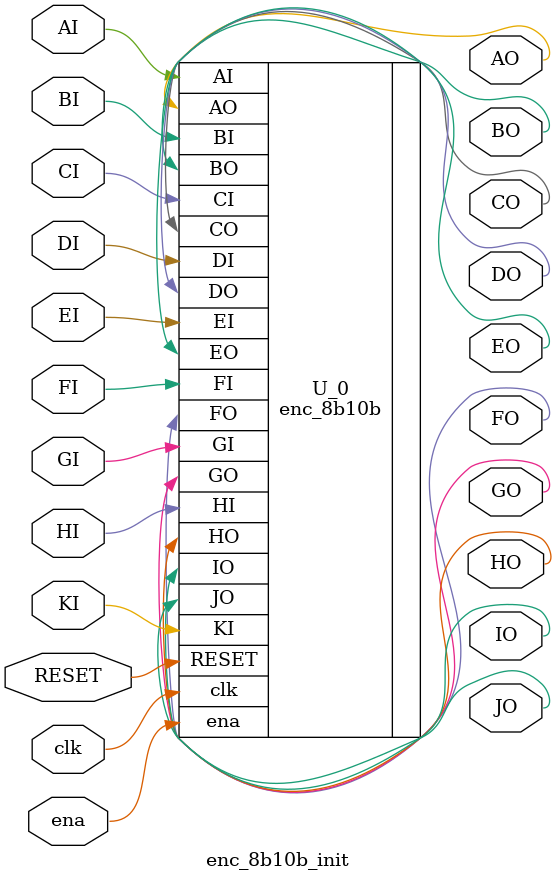
<source format=v>

`resetall
`timescale 1ns/10ps
module enc_8b10b_init( 
   // Port Declarations
   input   wire      AI, 
   output  wire      AO,     // -- Encoded out
   input   wire      BI, 
   output  wire      BO,     // -- Encoded out
   input   wire      CI, 
   output  wire      CO,     // -- Encoded out
   input   wire      DI, 
   output  wire      DO,     // -- Encoded out
   input   wire      EI, 
   output  wire      EO,     // -- Encoded out
   input   wire      FI, 
   output  wire      FO,     // -- Encoded out
   input   wire      GI, 
   output  wire      GO,     // -- Encoded out
   input   wire      HI,     // -- Unencoded input data
   output  wire      HO,     // -- Encoded out
   output  wire      IO,     // -- Encoded out
   output  wire      JO,     // -- Encoded out
   // --enaFall : in std_logic ;
   // --SBYTECLK : in std_logic ;	-- Master synchronous send byte clock
   input   wire      KI,     // -- Control (K) input(active high)
   input   wire      RESET,  // -- Global asynchronous reset (active high)
   input   wire      clk, 
   input   wire      ena
);


// Internal Declarations


// Local declarations

// Internal signal declarations


// Instances 
enc_8b10b U_0( 
   .RESET (RESET), 
   .clk   (clk), 
   .ena   (ena), 
   .KI    (KI), 
   .AI    (AI), 
   .BI    (BI), 
   .CI    (CI), 
   .DI    (DI), 
   .EI    (EI), 
   .FI    (FI), 
   .GI    (GI), 
   .HI    (HI), 
   .JO    (JO), 
   .HO    (HO), 
   .GO    (GO), 
   .FO    (FO), 
   .IO    (IO), 
   .EO    (EO), 
   .DO    (DO), 
   .CO    (CO), 
   .BO    (BO), 
   .AO    (AO)
); 


endmodule // enc_8b10b_init


</source>
